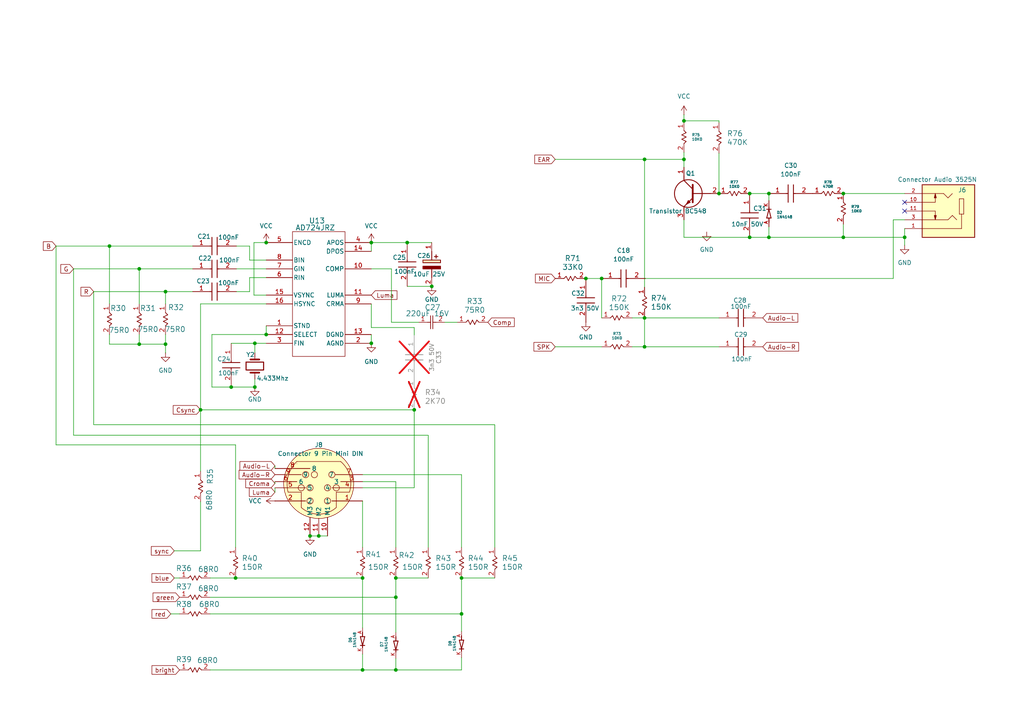
<source format=kicad_sch>
(kicad_sch (version 20250114) (generator "eeschema") (generator_version "9.0")
  (paper "A4")
  (lib_symbols
    (symbol "CF14JT10K0_1" (pin_names (offset 0.254))
      (property "Reference" "R" (at 3.048 1.27 0))
      (property "Value" "10K0" (at 6.858 1.27 0))
      (symbol "CF14JT10K0_1_1_1"
        (pin unspecified line (at 1.27 0 0) (length 2.54) (name "") (number "1"))
        (pin unspecified line (at 10.16 0 180) (length 2.54) (name "") (number "2"))
      )
      (symbol "CF14JT10K0_1_1_2"
        (pin unspecified line (at 0 12.7 270) (length 2.54) (name "") (number "1"))
        (pin unspecified line (at 0 0 90) (length 2.54) (name "") (number "2"))
      )
    )
    (symbol "Max128_Issue5:16YXJ220MT16.3X11" (pin_names (offset 0.254))
      (property "Reference" "C" (at 3.81 3.81 0))
      (property "Value" "220uF 16V" (at 3.81 -3.81 0))
      (symbol "16YXJ220MT16.3X11_1_1"
        (pin unspecified line (at 0 0 0) (length 2.54) (name "") (number "1"))
        (pin unspecified line (at 7.62 0 180) (length 2.54) (name "") (number "2"))
      )
      (symbol "16YXJ220MT16.3X11_1_2"
        (pin unspecified line (at 0 0 270) (length 2.54) (name "") (number "1"))
        (pin unspecified line (at 0 -7.62 90) (length 2.54) (name "") (number "2"))
      )
    )
    (symbol "Max128_Issue5:1N4148" (pin_names (offset 1.016))
      (property "Reference" "D" (at -1.016 0.762 0))
      (property "Value" "1N4148" (at -2.286 -2.032 0))
      (symbol "1N4148_0_0"
        (pin passive line (at -3.81 0 0) (length 2.54) (name "~") (number "A"))
        (pin passive line (at 3.81 0 180) (length 2.54) (name "~") (number "K"))
      )
    )
    (symbol "Max128_Issue5:AD724JRZ" (pin_names (offset 0.254))
      (property "Reference" "U" (at 14.478 9.144 0))
      (property "Value" "AD724JRZ" (at 14.732 6.858 0))
      (symbol "AD724JRZ_0_1"
        (pin input line (at 0 2.54 0) (length 7.62) (name "ENCD") (number "5"))
        (pin input line (at 0 -2.54 0) (length 7.62) (name "BIN") (number "8"))
        (pin input line (at 0 -5.08 0) (length 7.62) (name "GIN") (number "7"))
        (pin input line (at 0 -7.62 0) (length 7.62) (name "RIN") (number "6"))
        (pin input line (at 0 -12.7 0) (length 7.62) (name "VSYNC") (number "15"))
        (pin input line (at 0 -15.24 0) (length 7.62) (name "HSYNC") (number "16"))
        (pin input line (at 0 -21.59 0) (length 7.62) (name "STND") (number "1"))
        (pin input line (at 0 -24.13 0) (length 7.62) (name "SELECT") (number "12"))
        (pin input line (at 0 -26.67 0) (length 7.62) (name "FIN") (number "3"))
        (pin power_in line (at 30.48 2.54 180) (length 7.62) (name "APOS") (number "4"))
        (pin power_in line (at 30.48 0 180) (length 7.62) (name "DPOS") (number "14"))
        (pin output line (at 30.48 -5.08 180) (length 7.62) (name "COMP") (number "10"))
        (pin output line (at 30.48 -12.7 180) (length 7.62) (name "LUMA") (number "11"))
        (pin output line (at 30.48 -15.24 180) (length 7.62) (name "CRMA") (number "9"))
        (pin power_out line (at 30.48 -24.13 180) (length 7.62) (name "DGND") (number "13"))
        (pin power_out line (at 30.48 -26.67 180) (length 7.62) (name "AGND") (number "2"))
      )
    )
    (symbol "Max128_Issue5:BC548BTA" (pin_names (hide yes))
      (property "Reference" "Q" (at 13.97 1.27 0))
      (property "Value" "Transistor BC548" (at 13.97 -1.27 0))
      (symbol "BC548BTA_1_1"
        (pin passive line (at 0 0 0) (length 2.54) (name "B") (number "2"))
        (pin passive line (at 10.16 7.62 270) (length 2.54) (name "C") (number "1"))
        (pin passive line (at 10.16 -7.62 90) (length 2.54) (name "E") (number "3"))
      )
    )
    (symbol "Max128_Issue5:CF14JT10K0" (pin_names (offset 0.254))
      (property "Reference" "R" (at 3.048 1.27 0))
      (property "Value" "10K0" (at 6.858 1.27 0))
      (symbol "CF14JT10K0_1_1"
        (pin unspecified line (at 1.27 0 0) (length 2.54) (name "") (number "1"))
        (pin unspecified line (at 10.16 0 180) (length 2.54) (name "") (number "2"))
      )
      (symbol "CF14JT10K0_1_2"
        (pin unspecified line (at 0 12.7 270) (length 2.54) (name "") (number "1"))
        (pin unspecified line (at 0 0 90) (length 2.54) (name "") (number "2"))
      )
    )
    (symbol "Max128_Issue5:CF14JT150K" (pin_names (offset 0.254))
      (property "Reference" "R" (at 3.048 1.27 0))
      (property "Value" "150K" (at 6.858 1.27 0))
      (symbol "CF14JT150K_1_1"
        (pin unspecified line (at 1.27 0 0) (length 2.54) (name "") (number "1"))
        (pin unspecified line (at 10.16 0 180) (length 2.54) (name "") (number "2"))
      )
      (symbol "CF14JT150K_1_2"
        (pin unspecified line (at 0 12.7 270) (length 2.54) (name "") (number "1"))
        (pin unspecified line (at 0 0 90) (length 2.54) (name "") (number "2"))
      )
    )
    (symbol "Max128_Issue5:CF14JT150R" (pin_names (offset 0.254))
      (property "Reference" "R" (at 3.048 1.27 0))
      (property "Value" "150R" (at 6.858 1.27 0))
      (symbol "CF14JT150R_1_1"
        (pin unspecified line (at 1.27 0 0) (length 2.54) (name "") (number "1"))
        (pin unspecified line (at 10.16 0 180) (length 2.54) (name "") (number "2"))
      )
      (symbol "CF14JT150R_1_2"
        (pin unspecified line (at 0 12.7 270) (length 2.54) (name "") (number "1"))
        (pin unspecified line (at 0 0 90) (length 2.54) (name "") (number "2"))
      )
    )
    (symbol "Max128_Issue5:CF14JT2K70" (pin_names (offset 0.254))
      (property "Reference" "R" (at 3.048 1.27 0))
      (property "Value" "2K70" (at 6.858 1.27 0))
      (symbol "CF14JT2K70_1_1"
        (pin unspecified line (at 1.27 0 0) (length 2.54) (name "") (number "1"))
        (pin unspecified line (at 10.16 0 180) (length 2.54) (name "") (number "2"))
      )
      (symbol "CF14JT2K70_1_2"
        (pin unspecified line (at 0 12.7 270) (length 2.54) (name "") (number "1"))
        (pin unspecified line (at 0 0 90) (length 2.54) (name "") (number "2"))
      )
    )
    (symbol "Max128_Issue5:CF14JT33K0" (pin_names (offset 0.254))
      (property "Reference" "R" (at 3.048 1.27 0))
      (property "Value" "33K0" (at 6.858 1.27 0))
      (symbol "CF14JT33K0_1_1"
        (pin unspecified line (at 1.27 0 0) (length 2.54) (name "") (number "1"))
        (pin unspecified line (at 10.16 0 180) (length 2.54) (name "") (number "2"))
      )
      (symbol "CF14JT33K0_1_2"
        (pin unspecified line (at 0 12.7 270) (length 2.54) (name "") (number "1"))
        (pin unspecified line (at 0 0 90) (length 2.54) (name "") (number "2"))
      )
    )
    (symbol "Max128_Issue5:CF14JT470K" (pin_names (offset 0.254))
      (property "Reference" "R" (at 3.048 1.27 0))
      (property "Value" "470K" (at 6.858 1.27 0))
      (symbol "CF14JT470K_1_1"
        (pin unspecified line (at 1.27 0 0) (length 2.54) (name "") (number "1"))
        (pin unspecified line (at 10.16 0 180) (length 2.54) (name "") (number "2"))
      )
      (symbol "CF14JT470K_1_2"
        (pin unspecified line (at 0 12.7 270) (length 2.54) (name "") (number "1"))
        (pin unspecified line (at 0 0 90) (length 2.54) (name "") (number "2"))
      )
    )
    (symbol "Max128_Issue5:CF14JT470R" (pin_names (offset 0.254))
      (property "Reference" "R" (at 3.048 1.27 0))
      (property "Value" "470R" (at 6.858 1.27 0))
      (symbol "CF14JT470R_1_1"
        (pin unspecified line (at 1.27 0 0) (length 2.54) (name "") (number "1"))
        (pin unspecified line (at 10.16 0 180) (length 2.54) (name "") (number "2"))
      )
      (symbol "CF14JT470R_1_2"
        (pin unspecified line (at 0 12.7 270) (length 2.54) (name "") (number "1"))
        (pin unspecified line (at 0 0 90) (length 2.54) (name "") (number "2"))
      )
    )
    (symbol "Max128_Issue5:CF14JT68R0" (pin_names (offset 0.254))
      (property "Reference" "R" (at 3.048 1.27 0))
      (property "Value" "68R0" (at 6.858 1.27 0))
      (symbol "CF14JT68R0_1_1"
        (pin unspecified line (at 1.27 0 0) (length 2.54) (name "") (number "1"))
        (pin unspecified line (at 10.16 0 180) (length 2.54) (name "") (number "2"))
      )
      (symbol "CF14JT68R0_1_2"
        (pin unspecified line (at 0 12.7 270) (length 2.54) (name "") (number "1"))
        (pin unspecified line (at 0 0 90) (length 2.54) (name "") (number "2"))
      )
    )
    (symbol "Max128_Issue5:CF14JT75R0" (pin_names (offset 0.254))
      (property "Reference" "R" (at 3.048 1.27 0))
      (property "Value" "75R0" (at 6.858 1.27 0))
      (symbol "CF14JT75R0_1_1"
        (pin unspecified line (at 1.27 0 0) (length 2.54) (name "") (number "1"))
        (pin unspecified line (at 10.16 0 180) (length 2.54) (name "") (number "2"))
      )
      (symbol "CF14JT75R0_1_2"
        (pin unspecified line (at 0 12.7 270) (length 2.54) (name "") (number "1"))
        (pin unspecified line (at 0 0 90) (length 2.54) (name "") (number "2"))
      )
    )
    (symbol "Max128_Issue5:Crystal" (pin_numbers (hide yes)) (pin_names (offset 1.016) (hide yes))
      (property "Reference" "Y" (at 0 3.81 0))
      (property "Value" "Crystal" (at 0 -3.81 0))
      (symbol "Crystal_1_1"
        (pin passive line (at -3.81 0 0) (length 1.27) (name "1") (number "1"))
        (pin passive line (at 3.81 0 180) (length 1.27) (name "2") (number "2"))
      )
    )
    (symbol "Max128_Issue5:ECA-1EM100B" (pin_names (hide yes))
      (property "Reference" "C" (at 8.89 6.35 0))
      (property "Value" "ECA-1EM100B" (at 8.89 3.81 0))
      (symbol "ECA-1EM100B_1_1"
        (pin passive line (at 0 0 0) (length 2.54) (name "+") (number "1"))
        (pin passive line (at 12.7 0 180) (length 2.54) (name "-") (number "2"))
      )
    )
    (symbol "Max128_Issue5:K104Z15Y5VF5TL2" (pin_names (hide yes))
      (property "Reference" "C" (at 8.89 6.35 0))
      (property "Value" "K104Z15Y5VF5TL2" (at 8.89 3.81 0))
      (symbol "K104Z15Y5VF5TL2_1_1"
        (pin passive line (at 0 0 0) (length 5.08) (name "+") (number "1"))
        (pin passive line (at 12.7 0 180) (length 5.08) (name "-") (number "2"))
      )
    )
    (symbol "Max128_Issue5:KMDGX-9S-BS-1"
      (property "Reference" "J" (at 20.066 6.858 0))
      (property "Value" "Connector 9 Pin Mini DIN" (at 8.382 12.192 0))
      (symbol "KMDGX-9S-BS-1_1_1"
        (pin passive line (at -12.7 4.318 0) (length 10.16) (name "8") (number "8"))
        (pin passive line (at -12.7 2.54 0) (length 7.62) (name "9") (number "9"))
        (pin passive line (at -12.7 0.508 0) (length 6.35) (name "6") (number "6"))
        (pin passive line (at -12.7 -1.27 0) (length 8.89) (name "5") (number "5"))
        (pin passive line (at -12.7 -5.08 0) (length 8.89) (name "2") (number "2"))
        (pin passive line (at -2.54 -15.24 90) (length 5.334) (name "M3") (number "12"))
        (pin passive line (at 0 -15.24 90) (length 5.08) (name "M2") (number "11"))
        (pin passive line (at 2.54 -15.24 90) (length 5.334) (name "M1") (number "10"))
        (pin passive line (at 12.7 2.54 180) (length 7.874) (name "7") (number "7"))
        (pin passive line (at 12.7 0.508 180) (length 6.35) (name "3") (number "3"))
        (pin passive line (at 12.7 -1.27 180) (length 8.89) (name "4") (number "4"))
        (pin passive line (at 12.7 -5.08 180) (length 8.89) (name "1") (number "1"))
      )
    )
    (symbol "Max128_Issue5:SJ1-3525N" (pin_names (offset 1.016))
      (property "Reference" "J" (at -1.27 8.382 0))
      (property "Value" "Connector Audio 3525N" (at -7.62 -10.16 0))
      (symbol "SJ1-3525N_0_0"
        (pin passive line (at 12.7 5.08 180) (length 5.08) (name "~") (number "1"))
        (pin passive line (at 12.7 2.54 180) (length 5.08) (name "~") (number "3"))
        (pin passive line (at 12.7 0 180) (length 5.08) (name "~") (number "11"))
        (pin passive line (at 12.7 -2.54 180) (length 5.08) (name "~") (number "10"))
        (pin passive line (at 12.7 -5.08 180) (length 5.08) (name "~") (number "2"))
      )
    )
    (symbol "power:GND" (power) (pin_numbers (hide yes)) (pin_names (offset 0) (hide yes))
      (property "Value" "GND" (at 0 -3.81 0))
      (symbol "GND_1_1"
        (pin power_in line (at 0 0 270) (length 0) (name "~") (number "1"))
      )
    )
    (symbol "power:VCC" (power) (pin_numbers (hide yes)) (pin_names (offset 0) (hide yes))
      (property "Value" "VCC" (at 0 3.556 0))
      (symbol "VCC_1_1"
        (pin power_in line (at 0 0 90) (length 0) (name "~") (number "1"))
      )
    )
  )
  (junction (at 114.808 194.31))
  (junction (at 223.012 68.834))
  (junction (at 114.808 167.64))
  (junction (at 114.808 173.228))
  (junction (at 244.602 68.834))
  (junction (at 223.012 56.134))
  (junction (at 68.326 167.64))
  (junction (at 208.534 56.134))
  (junction (at 217.424 68.834))
  (junction (at 107.696 99.568))
  (junction (at 198.374 35.052))
  (junction (at 174.498 80.772))
  (junction (at 73.914 112.268))
  (junction (at 244.602 56.134))
  (junction (at 217.424 56.134))
  (junction (at 77.216 97.028))
  (junction (at 92.456 155.448))
  (junction (at 105.156 167.64))
  (junction (at 73.914 99.568))
  (junction (at 198.374 46.228))
  (junction (at 48.006 99.822))
  (junction (at 77.216 70.358))
  (junction (at 31.75 71.374))
  (junction (at 169.926 80.772))
  (junction (at 107.696 70.358))
  (junction (at 40.386 77.978))
  (junction (at 58.166 118.872))
  (junction (at 120.142 118.872))
  (junction (at 67.056 112.268))
  (junction (at 105.156 194.31))
  (junction (at 186.944 100.584))
  (junction (at 186.944 46.228))
  (junction (at 186.944 92.202))
  (junction (at 133.858 167.64))
  (junction (at 40.386 99.822))
  (junction (at 89.916 155.448))
  (junction (at 125.222 83.058))
  (junction (at 262.382 68.834))
  (junction (at 133.858 178.054))
  (junction (at 118.11 70.358))
  (junction (at 48.006 84.582))
  (no_connect (at 262.382 58.674))
  (no_connect (at 262.382 61.214))
  (wire (pts (xy 48.006 84.582) (xy 55.88 84.582)))
  (wire (pts (xy 40.386 77.978) (xy 55.88 77.978)))
  (wire (pts (xy 60.96 173.228) (xy 114.808 173.228)))
  (wire (pts (xy 89.916 155.448) (xy 92.456 155.448)))
  (wire (pts (xy 105.156 137.668) (xy 133.858 137.668)))
  (wire (pts (xy 105.156 189.738) (xy 105.156 194.31)))
  (wire (pts (xy 31.75 71.374) (xy 55.88 71.374)))
  (wire (pts (xy 262.382 68.834) (xy 262.382 71.12)))
  (wire (pts (xy 16.256 129.032) (xy 16.256 71.374)))
  (wire (pts (xy 133.858 137.668) (xy 133.858 158.75)))
  (wire (pts (xy 198.374 46.228) (xy 186.944 46.228)))
  (wire (pts (xy 113.538 77.978) (xy 113.538 93.472)))
  (wire (pts (xy 40.386 77.978) (xy 40.386 88.138)))
  (wire (pts (xy 114.808 194.31) (xy 105.156 194.31)))
  (wire (pts (xy 72.39 75.438) (xy 72.39 71.374)))
  (wire (pts (xy 133.858 190.754) (xy 133.858 194.31)))
  (wire (pts (xy 27.178 84.582) (xy 48.006 84.582)))
  (wire (pts (xy 198.374 46.228) (xy 198.374 48.514)))
  (wire (pts (xy 72.39 80.518) (xy 72.39 84.582)))
  (wire (pts (xy 186.944 46.228) (xy 186.944 83.312)))
  (wire (pts (xy 48.006 102.362) (xy 48.006 99.822)))
  (wire (pts (xy 40.386 99.822) (xy 48.006 99.822)))
  (wire (pts (xy 58.166 88.138) (xy 77.216 88.138)))
  (wire (pts (xy 61.468 97.028) (xy 61.468 112.268)))
  (wire (pts (xy 120.142 94.996) (xy 120.142 97.282)))
  (wire (pts (xy 169.926 80.772) (xy 174.498 80.772)))
  (wire (pts (xy 105.156 145.288) (xy 105.156 158.75)))
  (wire (pts (xy 16.256 71.374) (xy 31.75 71.374)))
  (wire (pts (xy 174.498 92.202) (xy 174.498 80.772)))
  (wire (pts (xy 50.546 159.766) (xy 58.166 159.766)))
  (wire (pts (xy 31.75 97.028) (xy 31.75 99.822)))
  (wire (pts (xy 68.326 167.64) (xy 105.156 167.64)))
  (wire (pts (xy 77.216 97.028) (xy 61.468 97.028)))
  (wire (pts (xy 186.944 100.584) (xy 208.534 100.584)))
  (wire (pts (xy 68.326 158.75) (xy 68.326 129.032)))
  (wire (pts (xy 77.216 85.598) (xy 73.66 85.598)))
  (wire (pts (xy 73.914 112.268) (xy 67.056 112.268)))
  (wire (pts (xy 120.142 118.872) (xy 58.166 118.872)))
  (wire (pts (xy 58.166 118.872) (xy 58.166 136.652)))
  (wire (pts (xy 114.808 139.7) (xy 114.808 158.75)))
  (wire (pts (xy 60.96 194.31) (xy 105.156 194.31)))
  (wire (pts (xy 114.808 173.228) (xy 114.808 167.64)))
  (wire (pts (xy 79.756 135.128) (xy 79.756 135.89)))
  (wire (pts (xy 21.336 126.238) (xy 21.336 77.978)))
  (wire (pts (xy 79.756 140.208) (xy 79.756 139.7)))
  (wire (pts (xy 186.944 46.228) (xy 161.036 46.228)))
  (wire (pts (xy 105.156 139.7) (xy 114.808 139.7)))
  (wire (pts (xy 124.206 126.238) (xy 21.336 126.238)))
  (wire (pts (xy 77.216 99.568) (xy 73.914 99.568)))
  (wire (pts (xy 133.858 167.64) (xy 143.51 167.64)))
  (wire (pts (xy 133.858 194.31) (xy 114.808 194.31)))
  (wire (pts (xy 27.178 123.19) (xy 27.178 84.582)))
  (wire (pts (xy 143.51 123.19) (xy 27.178 123.19)))
  (wire (pts (xy 114.808 167.64) (xy 124.206 167.64)))
  (wire (pts (xy 208.534 35.052) (xy 198.374 35.052)))
  (wire (pts (xy 107.696 70.358) (xy 118.11 70.358)))
  (wire (pts (xy 208.534 44.45) (xy 208.534 56.134)))
  (wire (pts (xy 77.216 75.438) (xy 72.39 75.438)))
  (wire (pts (xy 198.374 44.196) (xy 198.374 46.228)))
  (wire (pts (xy 50.546 167.64) (xy 52.07 167.64)))
  (wire (pts (xy 118.11 83.058) (xy 125.222 83.058)))
  (wire (pts (xy 133.858 183.134) (xy 133.858 178.054)))
  (wire (pts (xy 183.388 92.202) (xy 186.944 92.202)))
  (wire (pts (xy 48.006 99.822) (xy 48.006 97.028)))
  (wire (pts (xy 244.602 56.134) (xy 262.382 56.134)))
  (wire (pts (xy 244.602 68.834) (xy 223.012 68.834)))
  (wire (pts (xy 223.012 65.786) (xy 223.012 68.834)))
  (wire (pts (xy 49.53 178.054) (xy 52.07 178.054)))
  (wire (pts (xy 262.382 66.294) (xy 262.382 68.834)))
  (wire (pts (xy 107.696 70.358) (xy 107.696 72.898)))
  (wire (pts (xy 73.66 70.358) (xy 77.216 70.358)))
  (wire (pts (xy 114.808 191.008) (xy 114.808 194.31)))
  (wire (pts (xy 105.156 182.118) (xy 105.156 167.64)))
  (wire (pts (xy 107.696 88.138) (xy 107.696 94.996)))
  (wire (pts (xy 161.036 100.584) (xy 174.498 100.584)))
  (wire (pts (xy 72.39 84.582) (xy 68.58 84.582)))
  (wire (pts (xy 73.66 85.598) (xy 73.66 70.358)))
  (wire (pts (xy 143.51 158.75) (xy 143.51 123.19)))
  (wire (pts (xy 72.39 71.374) (xy 68.58 71.374)))
  (wire (pts (xy 187.198 80.772) (xy 259.08 80.772)))
  (wire (pts (xy 48.006 84.582) (xy 48.006 88.138)))
  (wire (pts (xy 31.75 71.374) (xy 31.75 88.138)))
  (wire (pts (xy 259.08 63.754) (xy 259.08 80.772)))
  (wire (pts (xy 208.534 35.56) (xy 208.534 35.052)))
  (wire (pts (xy 31.75 99.822) (xy 40.386 99.822)))
  (wire (pts (xy 40.386 97.028) (xy 40.386 99.822)))
  (wire (pts (xy 183.388 100.584) (xy 186.944 100.584)))
  (wire (pts (xy 244.602 65.024) (xy 244.602 68.834)))
  (wire (pts (xy 107.696 97.028) (xy 107.696 99.568)))
  (wire (pts (xy 92.456 155.448) (xy 94.996 155.448)))
  (wire (pts (xy 60.96 167.64) (xy 68.326 167.64)))
  (wire (pts (xy 114.808 183.388) (xy 114.808 173.228)))
  (wire (pts (xy 133.858 178.054) (xy 133.858 167.64)))
  (wire (pts (xy 73.914 109.982) (xy 73.914 112.268)))
  (wire (pts (xy 77.216 94.488) (xy 77.216 97.028)))
  (wire (pts (xy 124.206 158.75) (xy 124.206 126.238)))
  (wire (pts (xy 68.58 77.978) (xy 77.216 77.978)))
  (wire (pts (xy 198.374 68.834) (xy 217.424 68.834)))
  (wire (pts (xy 186.944 92.202) (xy 208.534 92.202)))
  (wire (pts (xy 198.374 35.052) (xy 198.374 35.306)))
  (wire (pts (xy 223.012 68.834) (xy 217.424 68.834)))
  (wire (pts (xy 118.11 70.358) (xy 125.222 70.358)))
  (wire (pts (xy 107.696 77.978) (xy 113.538 77.978)))
  (wire (pts (xy 244.602 68.834) (xy 262.382 68.834)))
  (wire (pts (xy 61.468 112.268) (xy 67.056 112.268)))
  (wire (pts (xy 107.696 94.996) (xy 120.142 94.996)))
  (wire (pts (xy 186.944 100.584) (xy 186.944 92.202)))
  (wire (pts (xy 113.538 93.472) (xy 121.412 93.472)))
  (wire (pts (xy 259.08 63.754) (xy 262.382 63.754)))
  (wire (pts (xy 223.012 58.166) (xy 223.012 56.134)))
  (wire (pts (xy 105.156 141.478) (xy 120.142 141.478)))
  (wire (pts (xy 58.166 145.542) (xy 58.166 159.766)))
  (wire (pts (xy 60.96 178.054) (xy 133.858 178.054)))
  (wire (pts (xy 58.166 118.872) (xy 58.166 88.138)))
  (wire (pts (xy 79.756 142.748) (xy 79.756 141.478)))
  (wire (pts (xy 198.374 33.274) (xy 198.374 35.052)))
  (wire (pts (xy 21.336 77.978) (xy 40.386 77.978)))
  (wire (pts (xy 217.424 56.134) (xy 223.012 56.134)))
  (wire (pts (xy 68.326 129.032) (xy 16.256 129.032)))
  (wire (pts (xy 129.032 93.472) (xy 132.588 93.472)))
  (wire (pts (xy 73.914 99.568) (xy 67.056 99.568)))
  (wire (pts (xy 198.374 63.754) (xy 198.374 68.834)))
  (wire (pts (xy 120.142 141.478) (xy 120.142 118.872)))
  (wire (pts (xy 73.914 99.568) (xy 73.914 102.362)))
  (wire (pts (xy 77.216 80.518) (xy 72.39 80.518)))
  (global_label "G" (shape input) (at 21.336 77.978 180) (property "Intersheetrefs" "${INTERSHEET_REFS}" (effects (hide yes))))
  (global_label "red" (shape input) (at 49.53 178.054 180) (property "Intersheetrefs" "${INTERSHEET_REFS}" (effects (hide yes))))
  (global_label "sync" (shape input) (at 50.546 159.766 180) (property "Intersheetrefs" "${INTERSHEET_REFS}" (effects (hide yes))))
  (global_label "MIC" (shape input) (at 161.036 80.772 180) (property "Intersheetrefs" "${INTERSHEET_REFS}" (effects (hide yes))))
  (global_label "EAR" (shape input) (at 161.036 46.228 180) (property "Intersheetrefs" "${INTERSHEET_REFS}" (effects (hide yes))))
  (global_label "Luma" (shape input) (at 107.696 85.598 0) (property "Intersheetrefs" "${INTERSHEET_REFS}" (effects (hide yes))))
  (global_label "R" (shape input) (at 27.178 84.582 180) (property "Intersheetrefs" "${INTERSHEET_REFS}" (effects (hide yes))))
  (global_label "Audio-L" (shape input) (at 221.234 92.202 0) (property "Intersheetrefs" "${INTERSHEET_REFS}" (effects (hide yes))))
  (global_label "Audio-R" (shape input) (at 79.756 137.668 180) (property "Intersheetrefs" "${INTERSHEET_REFS}" (effects (hide yes))))
  (global_label "bright" (shape input) (at 52.07 194.31 180) (property "Intersheetrefs" "${INTERSHEET_REFS}" (effects (hide yes))))
  (global_label "Comp" (shape input) (at 141.478 93.472 0) (property "Intersheetrefs" "${INTERSHEET_REFS}" (effects (hide yes))))
  (global_label "Croma" (shape input) (at 79.756 140.208 180) (property "Intersheetrefs" "${INTERSHEET_REFS}" (effects (hide yes))))
  (global_label "green" (shape input) (at 52.07 173.228 180) (property "Intersheetrefs" "${INTERSHEET_REFS}" (effects (hide yes))))
  (global_label "SPK" (shape input) (at 161.036 100.584 180) (property "Intersheetrefs" "${INTERSHEET_REFS}" (effects (hide yes))))
  (global_label "blue" (shape input) (at 50.546 167.64 180) (property "Intersheetrefs" "${INTERSHEET_REFS}" (effects (hide yes))))
  (global_label "Luma" (shape input) (at 79.756 142.748 180) (property "Intersheetrefs" "${INTERSHEET_REFS}" (effects (hide yes))))
  (global_label "B" (shape input) (at 16.256 71.374 180) (property "Intersheetrefs" "${INTERSHEET_REFS}" (effects (hide yes))))
  (global_label "Csync" (shape input) (at 58.166 118.872 180) (property "Intersheetrefs" "${INTERSHEET_REFS}" (effects (hide yes))))
  (global_label "Audio-L" (shape input) (at 79.756 135.128 180) (property "Intersheetrefs" "${INTERSHEET_REFS}" (effects (hide yes))))
  (global_label "Audio-R" (shape input) (at 221.234 100.584 0) (property "Intersheetrefs" "${INTERSHEET_REFS}" (effects (hide yes))))
  (symbol (lib_id "Max128_Issue5:K104Z15Y5VF5TL2") (at 118.11 70.358 270) (unit 1)
    (property "Reference" "C25" (at 115.824 74.676 90))
    (property "Value" "100nF" (at 117.348 78.74 90))
    (property "Footprint" "Mod:CAPRB250W50L400T250H550" (effects (hide yes)))
    (property "Description" "Vishay K 100nF Ceramic Multilayer Capacitor, 100 V dc, +85C, Y5V Dielectric, +80 %, -20 %" (effects (hide yes)))
    (property "Mouser Part Number" "594-K104Z15Y5VF5TL2" (effects (hide yes)))
    (property "Mouser Price/Stock" "https://www.mouser.co.uk/ProductDetail/Vishay-BC-Components/K104Z15Y5VF5TL2?qs=8fb2TFeI5qG%252BXNQE4bq55w%3D%3D" (effects (hide yes)))
    (property "Manufacturer_Name" "Vishay" (effects (hide yes)))
    (property "Manufacturer_Part_Number" "K104Z15Y5VF5TL2" (effects (hide yes)))
  )
  (symbol (lib_id "Max128_Issue5:CF14JT150R") (at 143.51 157.48 270) (unit 1)
    (property "Reference" "R45" (at 145.542 161.9249 90) (effects (font (size 1.524 1.524)) (justify left)))
    (property "Value" "150R" (at 145.542 164.4649 90) (effects (font (size 1.524 1.524)) (justify left)))
    (property "Footprint" "Mod:STA_CF14_STP" (effects (hide yes)))
    (property "Datasheet" "CF14JT150R" (effects (hide yes)))
    (property "Description" "150R" (effects (hide yes)))
  )
  (symbol (lib_id "Max128_Issue5:CF14JT75R0") (at 131.318 93.472 0) (unit 1)
    (property "Reference" "R33" (at 137.668 87.376 0) (effects (font (size 1.524 1.524))))
    (property "Value" "75R0" (at 137.668 89.916 0) (effects (font (size 1.524 1.524))))
    (property "Footprint" "Mod:STA_CF14_STP" (effects (hide yes)))
    (property "Datasheet" "CF14JT75R0" (effects (hide yes)))
    (property "Description" "75R0" (effects (hide yes)))
  )
  (symbol (lib_id "Max128_Issue5:CF14JT2K70") (at 120.142 108.712 270) (unit 1) (dnp yes)
    (property "Reference" "R34" (at 123.19 113.7919 90) (effects (font (size 1.524 1.524)) (justify left)))
    (property "Value" "2K70" (at 123.19 116.3319 90) (effects (font (size 1.524 1.524)) (justify left)))
    (property "Footprint" "Mod:STA_CF14_STP" (effects (hide yes)))
    (property "Datasheet" "CF14JT2K70" (effects (hide yes)))
    (property "Description" "2K70" (effects (hide yes)))
  )
  (symbol (lib_id "Max128_Issue5:CF14JT150R") (at 114.808 157.48 270) (unit 1)
    (property "Reference" "R42" (at 115.57 161.036 90) (effects (font (size 1.524 1.524)) (justify left)))
    (property "Value" "150R" (at 116.586 164.4649 90) (effects (font (size 1.524 1.524)) (justify left)))
    (property "Footprint" "Mod:STA_CF14_STP" (effects (hide yes)))
    (property "Datasheet" "CF14JT150R" (effects (hide yes)))
    (property "Description" "150R" (effects (hide yes)))
  )
  (symbol (lib_id "Max128_Issue5:K104Z15Y5VF5TL2") (at 217.424 56.134 270) (unit 1)
    (property "Reference" "C31" (at 218.44 60.452 90) (effects (justify left)))
    (property "Value" "10nF 50V" (at 212.09 65.024 90) (effects (justify left)))
    (property "Footprint" "Mod:CAPRB250W50L400T250H550" (effects (hide yes)))
    (property "Description" "Vishay K 100nF Ceramic Multilayer Capacitor, 100 V dc, +85C, Y5V Dielectric, +80 %, -20 %" (effects (hide yes)))
    (property "Mouser Part Number" "594-K104Z15Y5VF5TL2" (effects (hide yes)))
    (property "Mouser Price/Stock" "https://www.mouser.co.uk/ProductDetail/Vishay-BC-Components/K104Z15Y5VF5TL2?qs=8fb2TFeI5qG%252BXNQE4bq55w%3D%3D" (effects (hide yes)))
    (property "Manufacturer_Name" "Vishay" (effects (hide yes)))
    (property "Manufacturer_Part_Number" "K104Z15Y5VF5TL2" (effects (hide yes)))
  )
  (symbol (lib_id "Max128_Issue5:CF14JT68R0") (at 50.8 173.228 0) (unit 1)
    (property "Reference" "R37" (at 53.34 170.18 0) (effects (font (size 1.524 1.524))))
    (property "Value" "68R0" (at 60.452 170.688 0) (effects (font (size 1.524 1.524))))
    (property "Footprint" "Mod:STA_CF14_STP" (effects (hide yes)))
    (property "Datasheet" "CF14JT68R0" (effects (hide yes)))
    (property "Description" "68R0" (effects (hide yes)))
  )
  (symbol (lib_id "Max128_Issue5:CF14JT68R0") (at 50.8 167.64 0) (unit 1)
    (property "Reference" "R36" (at 53.34 164.846 0) (effects (font (size 1.524 1.524))))
    (property "Value" "68R0" (at 60.452 165.1 0) (effects (font (size 1.524 1.524))))
    (property "Footprint" "Mod:STA_CF14_STP" (effects (hide yes)))
    (property "Datasheet" "CF14JT68R0" (effects (hide yes)))
    (property "Description" "68R0" (effects (hide yes)))
  )
  (symbol (lib_id "Max128_Issue5:CF14JT150K") (at 186.944 82.042 270) (unit 1)
    (property "Reference" "R74" (at 188.722 86.4869 90) (effects (font (size 1.524 1.524)) (justify left)))
    (property "Value" "150K" (at 188.722 89.0269 90) (effects (font (size 1.524 1.524)) (justify left)))
    (property "Footprint" "Mod:STA_CF14_STP" (effects (hide yes)))
    (property "Datasheet" "CF14JT150K" (effects (hide yes)))
    (property "Description" "150K" (effects (hide yes)))
  )
  (symbol (lib_id "Max128_Issue5:AD724JRZ") (at 77.216 72.898 0) (unit 1)
    (property "Reference" "U13" (at 91.948 64.008 0) (effects (font (size 1.524 1.524))))
    (property "Value" "AD724JRZ" (at 91.44 66.04 0) (effects (font (size 1.524 1.524))))
    (property "Footprint" "Mod:RW_16_ADI" (effects (hide yes)))
    (property "Description" "RGB - PAL Encoder" (effects (hide yes)))
  )
  (symbol (lib_id "power:GND") (at 262.382 71.12 0) (unit 1)
    (property "Reference" "#PWR038" (effects (hide yes)))
    (property "Value" "GND" (at 262.382 76.2 0))
    (property "Description" "Power symbol creates a global label with name \"GND\" , ground" (effects (hide yes)))
  )
  (symbol (lib_id "Max128_Issue5:K104Z15Y5VF5TL2") (at 208.534 92.202 0) (unit 1)
    (property "Reference" "C28" (at 214.63 87.122 0))
    (property "Value" "100nF" (at 214.884 88.9 0))
    (property "Footprint" "Mod:CAPRB250W50L400T250H550" (effects (hide yes)))
    (property "Description" "Vishay K 100nF Ceramic Multilayer Capacitor, 100 V dc, +85C, Y5V Dielectric, +80 %, -20 %" (effects (hide yes)))
    (property "Mouser Part Number" "594-K104Z15Y5VF5TL2" (effects (hide yes)))
    (property "Mouser Price/Stock" "https://www.mouser.co.uk/ProductDetail/Vishay-BC-Components/K104Z15Y5VF5TL2?qs=8fb2TFeI5qG%252BXNQE4bq55w%3D%3D" (effects (hide yes)))
    (property "Manufacturer_Name" "Vishay" (effects (hide yes)))
    (property "Manufacturer_Part_Number" "K104Z15Y5VF5TL2" (effects (hide yes)))
  )
  (symbol (lib_id "power:VCC") (at 198.374 33.274 0) (unit 1)
    (property "Reference" "#PWR039" (effects (hide yes)))
    (property "Value" "VCC" (at 198.374 27.94 0))
    (property "Description" "Power symbol creates a global label with name \"VCC\"" (effects (hide yes)))
  )
  (symbol (lib_id "Max128_Issue5:K104Z15Y5VF5TL2") (at 120.142 97.282 270) (unit 1) (dnp yes)
    (property "Reference" "C33" (at 127.254 103.632 0))
    (property "Value" "3n3 50V" (at 125.222 103.632 0))
    (property "Footprint" "Mod:CAPRB250W50L400T250H550" (effects (hide yes)))
    (property "Description" "Vishay K 100nF Ceramic Multilayer Capacitor, 100 V dc, +85C, Y5V Dielectric, +80 %, -20 %" (effects (hide yes)))
    (property "Mouser Part Number" "594-K104Z15Y5VF5TL2" (effects (hide yes)))
    (property "Mouser Price/Stock" "https://www.mouser.co.uk/ProductDetail/Vishay-BC-Components/K104Z15Y5VF5TL2?qs=8fb2TFeI5qG%252BXNQE4bq55w%3D%3D" (effects (hide yes)))
    (property "Manufacturer_Name" "Vishay" (effects (hide yes)))
    (property "Manufacturer_Part_Number" "K104Z15Y5VF5TL2" (effects (hide yes)))
  )
  (symbol (lib_id "Max128_Issue5:CF14JT150R") (at 105.156 157.48 270) (unit 1)
    (property "Reference" "R41" (at 105.918 160.782 90) (effects (font (size 1.524 1.524)) (justify left)))
    (property "Value" "150R" (at 106.68 164.4649 90) (effects (font (size 1.524 1.524)) (justify left)))
    (property "Footprint" "Mod:STA_CF14_STP" (effects (hide yes)))
    (property "Datasheet" "CF14JT150R" (effects (hide yes)))
    (property "Description" "150R" (effects (hide yes)))
  )
  (symbol (lib_id "Max128_Issue5:K104Z15Y5VF5TL2") (at 174.498 80.772 0) (unit 1)
    (property "Reference" "C18" (at 180.848 72.644 0))
    (property "Value" "100nF" (at 180.848 75.184 0))
    (property "Footprint" "Mod:CAPRB250W50L400T250H550" (effects (hide yes)))
    (property "Description" "Vishay K 100nF Ceramic Multilayer Capacitor, 100 V dc, +85C, Y5V Dielectric, +80 %, -20 %" (effects (hide yes)))
    (property "Mouser Part Number" "594-K104Z15Y5VF5TL2" (effects (hide yes)))
    (property "Mouser Price/Stock" "https://www.mouser.co.uk/ProductDetail/Vishay-BC-Components/K104Z15Y5VF5TL2?qs=8fb2TFeI5qG%252BXNQE4bq55w%3D%3D" (effects (hide yes)))
    (property "Manufacturer_Name" "Vishay" (effects (hide yes)))
    (property "Manufacturer_Part_Number" "K104Z15Y5VF5TL2" (effects (hide yes)))
  )
  (symbol (lib_id "Max128_Issue5:K104Z15Y5VF5TL2") (at 55.88 84.582 0) (unit 1)
    (property "Reference" "C23" (at 58.928 81.534 0))
    (property "Value" "100nF" (at 66.294 82.042 0))
    (property "Footprint" "Mod:CAPRB250W50L400T250H550" (effects (hide yes)))
    (property "Description" "Vishay K 100nF Ceramic Multilayer Capacitor, 100 V dc, +85C, Y5V Dielectric, +80 %, -20 %" (effects (hide yes)))
    (property "Mouser Part Number" "594-K104Z15Y5VF5TL2" (effects (hide yes)))
    (property "Mouser Price/Stock" "https://www.mouser.co.uk/ProductDetail/Vishay-BC-Components/K104Z15Y5VF5TL2?qs=8fb2TFeI5qG%252BXNQE4bq55w%3D%3D" (effects (hide yes)))
    (property "Manufacturer_Name" "Vishay" (effects (hide yes)))
    (property "Manufacturer_Part_Number" "K104Z15Y5VF5TL2" (effects (hide yes)))
  )
  (symbol (lib_id "Max128_Issue5:CF14JT68R0") (at 50.8 178.054 0) (unit 1)
    (property "Reference" "R38" (at 53.34 175.26 0) (effects (font (size 1.524 1.524))))
    (property "Value" "68R0" (at 60.706 175.26 0) (effects (font (size 1.524 1.524))))
    (property "Footprint" "Mod:STA_CF14_STP" (effects (hide yes)))
    (property "Datasheet" "CF14JT68R0" (effects (hide yes)))
    (property "Description" "68R0" (effects (hide yes)))
  )
  (symbol (lib_id "Max128_Issue5:K104Z15Y5VF5TL2") (at 55.88 77.978 0) (unit 1)
    (property "Reference" "C22" (at 59.436 74.93 0))
    (property "Value" "100nF" (at 66.548 75.438 0))
    (property "Footprint" "Mod:CAPRB250W50L400T250H550" (effects (hide yes)))
    (property "Description" "Vishay K 100nF Ceramic Multilayer Capacitor, 100 V dc, +85C, Y5V Dielectric, +80 %, -20 %" (effects (hide yes)))
    (property "Mouser Part Number" "594-K104Z15Y5VF5TL2" (effects (hide yes)))
    (property "Mouser Price/Stock" "https://www.mouser.co.uk/ProductDetail/Vishay-BC-Components/K104Z15Y5VF5TL2?qs=8fb2TFeI5qG%252BXNQE4bq55w%3D%3D" (effects (hide yes)))
    (property "Manufacturer_Name" "Vishay" (effects (hide yes)))
    (property "Manufacturer_Part_Number" "K104Z15Y5VF5TL2" (effects (hide yes)))
  )
  (symbol (lib_id "power:GND") (at 73.914 112.268 0) (unit 1)
    (property "Reference" "#PWR026" (effects (hide yes)))
    (property "Value" "GND" (at 73.914 115.824 0))
    (property "Description" "Power symbol creates a global label with name \"GND\" , ground" (effects (hide yes)))
  )
  (symbol (lib_id "Max128_Issue5:CF14JT10K0") (at 198.374 34.036 270) (unit 1)
    (property "Reference" "R75" (at 200.66 39.116 90) (effects (font (size 0.762 0.762)) (justify left)))
    (property "Value" "10K0" (at 200.66 40.386 90) (effects (font (size 0.762 0.762)) (justify left)))
    (property "Footprint" "Mod:STA_CF14_STP" (effects (hide yes)))
    (property "Datasheet" "CF14JT10K0" (effects (hide yes)))
    (property "Description" "Resistor 10K0" (effects (hide yes)))
  )
  (symbol (lib_id "Max128_Issue5:CF14JT470R") (at 234.442 56.134 0) (unit 1)
    (property "Reference" "R78" (at 240.157 52.832 0) (effects (font (size 0.762 0.762))))
    (property "Value" "470R" (at 240.157 54.102 0) (effects (font (size 0.762 0.762))))
    (property "Footprint" "Mod:STA_CF14_STP" (effects (hide yes)))
    (property "Datasheet" "CF14JT470R" (effects (hide yes)))
    (property "Description" "470R" (effects (hide yes)))
  )
  (symbol (lib_id "Max128_Issue5:1N4148") (at 223.012 61.976 90) (unit 1)
    (property "Reference" "D2" (at 225.298 61.6585 90) (effects (font (size 0.762 0.762)) (justify right)))
    (property "Value" "1N4148" (at 225.298 62.9285 90) (effects (font (size 0.762 0.762)) (justify right)))
    (property "Footprint" "Mod:DIOAD753W49L380D172B" (effects (hide yes)))
    (property "Description" "Diode 1N4148" (effects (hide yes)))
    (property "PARTREV" "5" (effects (hide yes)))
    (property "MANUFACTURER" "Onsemi" (effects (hide yes)))
    (property "MAXIMUM_PACKAGE_HEIGHT" "1.91mm" (effects (hide yes)))
    (property "STANDARD" "IPC-7351B" (effects (hide yes)))
  )
  (symbol (lib_id "Max128_Issue5:CF14JT150R") (at 68.326 157.48 270) (unit 1)
    (property "Reference" "R40" (at 70.104 161.9249 90) (effects (font (size 1.524 1.524)) (justify left)))
    (property "Value" "150R" (at 70.104 164.4649 90) (effects (font (size 1.524 1.524)) (justify left)))
    (property "Footprint" "Mod:STA_CF14_STP" (effects (hide yes)))
    (property "Datasheet" "CF14JT150R" (effects (hide yes)))
    (property "Description" "150R" (effects (hide yes)))
  )
  (symbol (lib_id "Max128_Issue5:CF14JT33K0") (at 159.766 80.772 0) (unit 1)
    (property "Reference" "R71" (at 166.116 74.93 0) (effects (font (size 1.524 1.524))))
    (property "Value" "33K0" (at 166.116 77.47 0) (effects (font (size 1.524 1.524))))
    (property "Footprint" "Mod:STA_CF14_STP" (effects (hide yes)))
    (property "Datasheet" "CF14JT33K0" (effects (hide yes)))
    (property "Description" "33K0" (effects (hide yes)))
  )
  (symbol (lib_id "Max128_Issue5:CF14JT150K") (at 173.228 92.202 0) (unit 1)
    (property "Reference" "R72" (at 179.578 86.614 0) (effects (font (size 1.524 1.524))))
    (property "Value" "150K" (at 179.578 89.154 0) (effects (font (size 1.524 1.524))))
    (property "Footprint" "Mod:STA_CF14_STP" (effects (hide yes)))
    (property "Datasheet" "CF14JT150K" (effects (hide yes)))
    (property "Description" "150K" (effects (hide yes)))
  )
  (symbol (lib_id "power:VCC") (at 79.756 145.288 90) (unit 1)
    (property "Reference" "#PWR029" (effects (hide yes)))
    (property "Value" "VCC" (at 75.946 145.2879 90) (effects (justify left)))
    (property "Description" "Power symbol creates a global label with name \"VCC\"" (effects (hide yes)))
  )
  (symbol (lib_id "Max128_Issue5:K104Z15Y5VF5TL2") (at 55.88 71.374 0) (unit 1)
    (property "Reference" "C21" (at 59.182 68.58 0))
    (property "Value" "100nF" (at 66.294 68.834 0))
    (property "Footprint" "Mod:CAPRB250W50L400T250H550" (effects (hide yes)))
    (property "Description" "Vishay K 100nF Ceramic Multilayer Capacitor, 100 V dc, +85C, Y5V Dielectric, +80 %, -20 %" (effects (hide yes)))
    (property "Mouser Part Number" "594-K104Z15Y5VF5TL2" (effects (hide yes)))
    (property "Mouser Price/Stock" "https://www.mouser.co.uk/ProductDetail/Vishay-BC-Components/K104Z15Y5VF5TL2?qs=8fb2TFeI5qG%252BXNQE4bq55w%3D%3D" (effects (hide yes)))
    (property "Manufacturer_Name" "Vishay" (effects (hide yes)))
    (property "Manufacturer_Part_Number" "K104Z15Y5VF5TL2" (effects (hide yes)))
  )
  (symbol (lib_id "Max128_Issue5:CF14JT150R") (at 133.858 157.48 270) (unit 1)
    (property "Reference" "R44" (at 135.636 161.9249 90) (effects (font (size 1.524 1.524)) (justify left)))
    (property "Value" "150R" (at 135.636 164.4649 90) (effects (font (size 1.524 1.524)) (justify left)))
    (property "Footprint" "Mod:STA_CF14_STP" (effects (hide yes)))
    (property "Datasheet" "CF14JT150R" (effects (hide yes)))
    (property "Description" "150R" (effects (hide yes)))
  )
  (symbol (lib_id "Max128_Issue5:CF14JT75R0") (at 31.75 86.868 270) (unit 1)
    (property "Reference" "R30" (at 34.29 89.408 90) (effects (font (size 1.524 1.524))))
    (property "Value" "75R0" (at 34.544 95.758 90) (effects (font (size 1.524 1.524))))
    (property "Footprint" "Mod:STA_CF14_STP" (effects (hide yes)))
    (property "Datasheet" "CF14JT75R0" (effects (hide yes)))
    (property "Description" "75R0" (effects (hide yes)))
  )
  (symbol (lib_id "power:GND") (at 107.696 99.568 0) (unit 1)
    (property "Reference" "#PWR025" (effects (hide yes)))
    (property "Value" "GND" (at 107.696 104.902 0))
    (property "Description" "Power symbol creates a global label with name \"GND\" , ground" (effects (hide yes)))
  )
  (symbol (lib_id "Max128_Issue5:CF14JT75R0") (at 40.386 86.868 270) (unit 1)
    (property "Reference" "R31" (at 42.926 89.408 90) (effects (font (size 1.524 1.524))))
    (property "Value" "75R0" (at 42.926 95.504 90) (effects (font (size 1.524 1.524))))
    (property "Footprint" "Mod:STA_CF14_STP" (effects (hide yes)))
    (property "Datasheet" "CF14JT75R0" (effects (hide yes)))
    (property "Description" "75R0" (effects (hide yes)))
  )
  (symbol (lib_id "Max128_Issue5:CF14JT68R0") (at 58.166 135.382 270) (unit 1)
    (property "Reference" "R35" (at 60.96 138.176 0) (effects (font (size 1.524 1.524))))
    (property "Value" "68R0" (at 60.706 145.034 0) (effects (font (size 1.524 1.524))))
    (property "Footprint" "Mod:STA_CF14_STP" (effects (hide yes)))
    (property "Datasheet" "CF14JT68R0" (effects (hide yes)))
    (property "Description" "68R0" (effects (hide yes)))
  )
  (symbol (lib_id "Max128_Issue5:K104Z15Y5VF5TL2") (at 208.534 100.584 0) (unit 1)
    (property "Reference" "C29" (at 214.884 97.028 0))
    (property "Value" "100nF" (at 215.138 104.14 0))
    (property "Footprint" "Mod:CAPRB250W50L400T250H550" (effects (hide yes)))
    (property "Description" "Vishay K 100nF Ceramic Multilayer Capacitor, 100 V dc, +85C, Y5V Dielectric, +80 %, -20 %" (effects (hide yes)))
    (property "Mouser Part Number" "594-K104Z15Y5VF5TL2" (effects (hide yes)))
    (property "Mouser Price/Stock" "https://www.mouser.co.uk/ProductDetail/Vishay-BC-Components/K104Z15Y5VF5TL2?qs=8fb2TFeI5qG%252BXNQE4bq55w%3D%3D" (effects (hide yes)))
    (property "Manufacturer_Name" "Vishay" (effects (hide yes)))
    (property "Manufacturer_Part_Number" "K104Z15Y5VF5TL2" (effects (hide yes)))
  )
  (symbol (lib_id "Max128_Issue5:CF14JT470K") (at 208.534 34.29 270) (unit 1)
    (property "Reference" "R76" (at 210.82 38.7349 90) (effects (font (size 1.524 1.524)) (justify left)))
    (property "Value" "470K" (at 210.82 41.2749 90) (effects (font (size 1.524 1.524)) (justify left)))
    (property "Footprint" "Mod:STA_CF14_STP" (effects (hide yes)))
    (property "Datasheet" "CF14JT470K" (effects (hide yes)))
    (property "Description" "470K" (effects (hide yes)))
  )
  (symbol (lib_id "Max128_Issue5:SJ1-3525N") (at 275.082 61.214 180) (unit 1)
    (property "Reference" "J6" (at 277.876 55.118 0) (effects (justify right)))
    (property "Value" "Connector Audio 3525N" (at 260.35 52.07 0) (effects (justify right)))
    (property "Footprint" "Mod:CUI_SJ1-3525N" (effects (hide yes)))
    (property "Description" "Connector Audio 3525N" (effects (hide yes)))
  )
  (symbol (lib_id "Max128_Issue5:CF14JT10K0") (at 207.264 56.134 0) (unit 1)
    (property "Reference" "R77" (at 212.979 52.832 0) (effects (font (size 0.762 0.762))))
    (property "Value" "10K0" (at 212.979 54.102 0) (effects (font (size 0.762 0.762))))
    (property "Footprint" "Mod:STA_CF14_STP" (effects (hide yes)))
    (property "Datasheet" "CF14JT10K0" (effects (hide yes)))
    (property "Description" "Resistor 10K0" (effects (hide yes)))
  )
  (symbol (lib_id "power:VCC") (at 77.216 70.358 0) (unit 1)
    (property "Reference" "#PWR024" (effects (hide yes)))
    (property "Value" "VCC" (at 77.216 65.532 0))
    (property "Description" "Power symbol creates a global label with name \"VCC\"" (effects (hide yes)))
  )
  (symbol (lib_id "Max128_Issue5:16YXJ220MT16.3X11") (at 121.412 93.472 0) (unit 1)
    (property "Reference" "C27" (at 125.476 89.154 0) (effects (font (size 1.524 1.524))))
    (property "Value" "220uF 16V" (at 123.952 90.932 0) (effects (font (size 1.524 1.524))))
    (property "Footprint" "Mod:CAPPRD200W50D500H1100" (effects (hide yes)))
    (property "Datasheet" "16YXJ220MT16.3X11" (effects (hide yes)))
  )
  (symbol (lib_id "Max128_Issue5:Crystal") (at 73.914 106.172 270) (unit 1)
    (property "Reference" "Y2" (at 71.374 102.87 90) (effects (justify left)))
    (property "Value" "4.433Mhz" (at 74.422 109.728 90) (effects (justify left)))
    (property "Footprint" "Mod:Crystal_HC49-4H_Vertical" (effects (hide yes)))
    (property "Description" "Two pin crystal" (effects (hide yes)))
  )
  (symbol (lib_id "Max128_Issue5:CF14JT150R") (at 124.206 157.48 270) (unit 1)
    (property "Reference" "R43" (at 126.238 161.9249 90) (effects (font (size 1.524 1.524)) (justify left)))
    (property "Value" "150R" (at 126.238 164.4649 90) (effects (font (size 1.524 1.524)) (justify left)))
    (property "Footprint" "Mod:STA_CF14_STP" (effects (hide yes)))
    (property "Datasheet" "CF14JT150R" (effects (hide yes)))
    (property "Description" "150R" (effects (hide yes)))
  )
  (symbol (lib_id "power:GND") (at 89.916 155.448 0) (unit 1)
    (property "Reference" "#PWR028" (effects (hide yes)))
    (property "Value" "GND" (at 89.916 160.782 0))
    (property "Description" "Power symbol creates a global label with name \"GND\" , ground" (effects (hide yes)))
  )
  (symbol (lib_id "Max128_Issue5:BC548BTA") (at 208.534 56.134 0) (mirror y) (unit 1)
    (property "Reference" "Q1" (at 201.676 50.292 0) (effects (justify left)))
    (property "Value" "Transistor BC548" (at 204.978 61.214 0) (effects (justify left)))
    (property "Footprint" "Mod:BC548BTA" (effects (hide yes)))
  )
  (symbol (lib_id "Max128_Issue5:1N4148") (at 114.808 187.198 90) (mirror x) (unit 1)
    (property "Reference" "D7" (at 110.744 186.8805 0) (effects (font (size 0.762 0.762))))
    (property "Value" "1N4148" (at 112.014 186.8805 0) (effects (font (size 0.762 0.762))))
    (property "Footprint" "Mod:DIOAD753W49L380D172B" (effects (hide yes)))
    (property "Description" "Diode 1N4148" (effects (hide yes)))
    (property "PARTREV" "5" (effects (hide yes)))
    (property "MANUFACTURER" "Onsemi" (effects (hide yes)))
    (property "MAXIMUM_PACKAGE_HEIGHT" "1.91mm" (effects (hide yes)))
    (property "STANDARD" "IPC-7351B" (effects (hide yes)))
  )
  (symbol (lib_id "Max128_Issue5:K104Z15Y5VF5TL2") (at 223.012 56.134 0) (unit 1)
    (property "Reference" "C30" (at 229.362 48.006 0))
    (property "Value" "100nF" (at 229.362 50.546 0))
    (property "Footprint" "Mod:CAPRB250W50L400T250H550" (effects (hide yes)))
    (property "Description" "Vishay K 100nF Ceramic Multilayer Capacitor, 100 V dc, +85C, Y5V Dielectric, +80 %, -20 %" (effects (hide yes)))
    (property "Mouser Part Number" "594-K104Z15Y5VF5TL2" (effects (hide yes)))
    (property "Mouser Price/Stock" "https://www.mouser.co.uk/ProductDetail/Vishay-BC-Components/K104Z15Y5VF5TL2?qs=8fb2TFeI5qG%252BXNQE4bq55w%3D%3D" (effects (hide yes)))
    (property "Manufacturer_Name" "Vishay" (effects (hide yes)))
    (property "Manufacturer_Part_Number" "K104Z15Y5VF5TL2" (effects (hide yes)))
  )
  (symbol (lib_name "CF14JT10K0_1") (lib_id "Max128_Issue5:CF14JT10K0") (at 173.228 100.584 0) (unit 1)
    (property "Reference" "R73" (at 178.943 96.774 0) (effects (font (size 0.762 0.762))))
    (property "Value" "10K0" (at 178.943 98.044 0) (effects (font (size 0.762 0.762))))
    (property "Footprint" "Mod:STA_CF14_STP" (effects (hide yes)))
    (property "Datasheet" "CF14JT10K0" (effects (hide yes)))
    (property "Description" "10K0" (effects (hide yes)))
  )
  (symbol (lib_id "Max128_Issue5:ECA-1EM100B") (at 125.222 70.358 270) (unit 1)
    (property "Reference" "C26" (at 122.936 74.168 90))
    (property "Value" "10uF 25V" (at 124.46 79.502 90))
    (property "Footprint" "Mod:CAPPRD200W50D500H1100" (effects (hide yes)))
    (property "Datasheet" "https://www.digikey.com/en/datasheets/panasonic-electronic-components/panasonic-electronic-components-ecaxxm-series-type-a" (effects (hide yes)))
    (property "Description" "ECA-1EM100B - 10uF Aluminum Electrolytic Capacitors Radial" (effects (hide yes)))
    (property "Height" "11" (effects (hide yes)))
    (property "Mouser Part Number" "667-ECA-1EM100B" (effects (hide yes)))
    (property "Mouser Price/Stock" "https://www.mouser.co.uk/ProductDetail/Panasonic/ECA-1EM100B?qs=rMMd5vBiahrNyc2p3snNiw%3D%3D" (effects (hide yes)))
    (property "Manufacturer_Name" "Panasonic" (effects (hide yes)))
    (property "Manufacturer_Part_Number" "ECA-1EM100B" (effects (hide yes)))
  )
  (symbol (lib_id "power:GND") (at 204.978 67.31 0) (unit 1)
    (property "Reference" "#PWR0125" (effects (hide yes)))
    (property "Value" "GND" (at 204.978 72.39 0))
    (property "Description" "Power symbol creates a global label with name \"GND\" , ground" (effects (hide yes)))
  )
  (symbol (lib_id "power:VCC") (at 107.696 70.358 0) (unit 1)
    (property "Reference" "#PWR023" (effects (hide yes)))
    (property "Value" "VCC" (at 107.696 65.532 0))
    (property "Description" "Power symbol creates a global label with name \"VCC\"" (effects (hide yes)))
  )
  (symbol (lib_id "Max128_Issue5:1N4148") (at 105.156 185.928 90) (mirror x) (unit 1)
    (property "Reference" "D6" (at 101.6 185.6105 0) (effects (font (size 0.762 0.762))))
    (property "Value" "1N4148" (at 102.87 185.6105 0) (effects (font (size 0.762 0.762))))
    (property "Footprint" "Mod:DIOAD753W49L380D172B" (effects (hide yes)))
    (property "Description" "Diode 1N4148" (effects (hide yes)))
    (property "PARTREV" "5" (effects (hide yes)))
    (property "MANUFACTURER" "Onsemi" (effects (hide yes)))
    (property "MAXIMUM_PACKAGE_HEIGHT" "1.91mm" (effects (hide yes)))
    (property "STANDARD" "IPC-7351B" (effects (hide yes)))
  )
  (symbol (lib_id "Max128_Issue5:CF14JT75R0") (at 48.006 86.868 270) (unit 1)
    (property "Reference" "R32" (at 51.054 89.154 90) (effects (font (size 1.524 1.524))))
    (property "Value" "75R0" (at 50.8 95.504 90) (effects (font (size 1.524 1.524))))
    (property "Footprint" "Mod:STA_CF14_STP" (effects (hide yes)))
    (property "Datasheet" "CF14JT75R0" (effects (hide yes)))
    (property "Description" "75R0" (effects (hide yes)))
  )
  (symbol (lib_id "Max128_Issue5:K104Z15Y5VF5TL2") (at 67.056 99.568 270) (unit 1)
    (property "Reference" "C24" (at 62.992 104.14 90) (effects (justify left)))
    (property "Value" "100nF" (at 63.246 108.204 90) (effects (justify left)))
    (property "Footprint" "Mod:CAPRB250W50L400T250H550" (effects (hide yes)))
    (property "Description" "Vishay K 100nF Ceramic Multilayer Capacitor, 100 V dc, +85C, Y5V Dielectric, +80 %, -20 %" (effects (hide yes)))
    (property "Mouser Part Number" "594-K104Z15Y5VF5TL2" (effects (hide yes)))
    (property "Mouser Price/Stock" "https://www.mouser.co.uk/ProductDetail/Vishay-BC-Components/K104Z15Y5VF5TL2?qs=8fb2TFeI5qG%252BXNQE4bq55w%3D%3D" (effects (hide yes)))
    (property "Manufacturer_Name" "Vishay" (effects (hide yes)))
    (property "Manufacturer_Part_Number" "K104Z15Y5VF5TL2" (effects (hide yes)))
  )
  (symbol (lib_id "Max128_Issue5:CF14JT68R0") (at 50.8 194.31 0) (unit 1)
    (property "Reference" "R39" (at 53.34 191.262 0) (effects (font (size 1.524 1.524))))
    (property "Value" "68R0" (at 60.198 191.516 0) (effects (font (size 1.524 1.524))))
    (property "Footprint" "Mod:STA_CF14_STP" (effects (hide yes)))
    (property "Datasheet" "CF14JT68R0" (effects (hide yes)))
    (property "Description" "68R0" (effects (hide yes)))
  )
  (symbol (lib_id "Max128_Issue5:1N4148") (at 133.858 186.944 90) (mirror x) (unit 1)
    (property "Reference" "D8" (at 130.556 186.6265 0) (effects (font (size 0.762 0.762))))
    (property "Value" "1N4148" (at 131.826 186.6265 0) (effects (font (size 0.762 0.762))))
    (property "Footprint" "Mod:DIOAD753W49L380D172B" (effects (hide yes)))
    (property "Description" "Diode 1N4148" (effects (hide yes)))
    (property "PARTREV" "5" (effects (hide yes)))
    (property "MANUFACTURER" "Onsemi" (effects (hide yes)))
    (property "MAXIMUM_PACKAGE_HEIGHT" "1.91mm" (effects (hide yes)))
    (property "STANDARD" "IPC-7351B" (effects (hide yes)))
  )
  (symbol (lib_id "power:GND") (at 169.926 93.472 0) (unit 1)
    (property "Reference" "#PWR0124" (effects (hide yes)))
    (property "Value" "GND" (at 169.926 97.79 0))
    (property "Description" "Power symbol creates a global label with name \"GND\" , ground" (effects (hide yes)))
  )
  (symbol (lib_id "power:GND") (at 48.006 102.362 0) (unit 1)
    (property "Reference" "#PWR030" (effects (hide yes)))
    (property "Value" "GND" (at 48.006 107.442 0))
    (property "Description" "Power symbol creates a global label with name \"GND\" , ground" (effects (hide yes)))
  )
  (symbol (lib_id "power:GND") (at 125.222 83.058 0) (unit 1)
    (property "Reference" "#PWR027" (effects (hide yes)))
    (property "Value" "GND" (at 125.222 86.868 0))
    (property "Description" "Power symbol creates a global label with name \"GND\" , ground" (effects (hide yes)))
  )
  (symbol (lib_id "Max128_Issue5:KMDGX-9S-BS-1") (at 92.456 140.208 0) (unit 1)
    (property "Reference" "J8" (at 92.456 129.032 0))
    (property "Value" "Connector 9 Pin Mini DIN" (at 92.964 131.572 0))
    (property "Footprint" "Mod:KMDGX9SBS1" (effects (hide yes)))
    (property "Datasheet" "https://www.kycon.com/Pub_Eng_Draw/KMDGX-9S-BS-1.pdf" (effects (hide yes)))
    (property "Description" "Connector 9 Pin MiniDin" (effects (hide yes)))
    (property "Height" "13.3" (effects (hide yes)))
    (property "Mouser Part Number" "806-KMDGX-9S-BS-1" (effects (hide yes)))
    (property "Mouser Price/Stock" "https://www.mouser.co.uk/ProductDetail/Kycon/KMDGX-9S-BS-1?qs=3jNSNtuqJTLHFNoAAeP35w%3D%3D" (effects (hide yes)))
    (property "Manufacturer_Name" "Kycon" (effects (hide yes)))
    (property "Manufacturer_Part_Number" "KMDGX-9S-BS-1" (effects (hide yes)))
  )
  (symbol (lib_id "Max128_Issue5:CF14JT10K0") (at 244.602 54.864 270) (unit 1)
    (property "Reference" "R79" (at 246.888 59.944 90) (effects (font (size 0.762 0.762)) (justify left)))
    (property "Value" "10K0" (at 246.888 61.214 90) (effects (font (size 0.762 0.762)) (justify left)))
    (property "Footprint" "Mod:STA_CF14_STP" (effects (hide yes)))
    (property "Datasheet" "CF14JT10K0" (effects (hide yes)))
    (property "Description" "Resistor 10K0" (effects (hide yes)))
  )
  (symbol (lib_id "Max128_Issue5:K104Z15Y5VF5TL2") (at 169.926 80.772 270) (unit 1)
    (property "Reference" "C32" (at 167.64 85.09 90))
    (property "Value" "3n3 50V" (at 169.672 89.408 90))
    (property "Footprint" "Mod:CAPRB250W50L400T250H550" (effects (hide yes)))
    (property "Description" "Vishay K 100nF Ceramic Multilayer Capacitor, 100 V dc, +85C, Y5V Dielectric, +80 %, -20 %" (effects (hide yes)))
    (property "Mouser Part Number" "594-K104Z15Y5VF5TL2" (effects (hide yes)))
    (property "Mouser Price/Stock" "https://www.mouser.co.uk/ProductDetail/Vishay-BC-Components/K104Z15Y5VF5TL2?qs=8fb2TFeI5qG%252BXNQE4bq55w%3D%3D" (effects (hide yes)))
    (property "Manufacturer_Name" "Vishay" (effects (hide yes)))
    (property "Manufacturer_Part_Number" "K104Z15Y5VF5TL2" (effects (hide yes)))
  )
)
</source>
